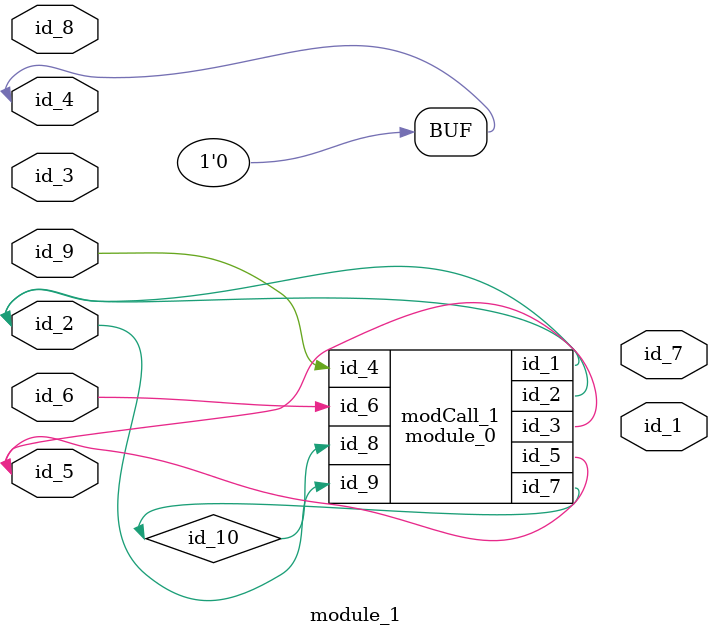
<source format=v>
module module_0 (
    id_1,
    id_2,
    id_3,
    id_4,
    id_5,
    id_6,
    id_7,
    id_8,
    id_9
);
  input wire id_9;
  input wire id_8;
  inout wire id_7;
  input wire id_6;
  inout wire id_5;
  input wire id_4;
  inout wire id_3;
  inout wire id_2;
  output wire id_1;
  wire id_10;
endmodule
module module_1 (
    id_1,
    id_2,
    id_3,
    id_4,
    id_5,
    id_6,
    id_7,
    id_8,
    id_9
);
  input wire id_9;
  input wire id_8;
  output wire id_7;
  input wire id_6;
  inout wire id_5;
  inout wire id_4;
  inout wire id_3;
  inout wire id_2;
  output wire id_1;
  wire id_10;
  module_0 modCall_1 (
      id_2,
      id_2,
      id_5,
      id_9,
      id_5,
      id_6,
      id_10,
      id_10,
      id_2
  );
  assign id_4 = $realtime & -1'b0;
endmodule

</source>
